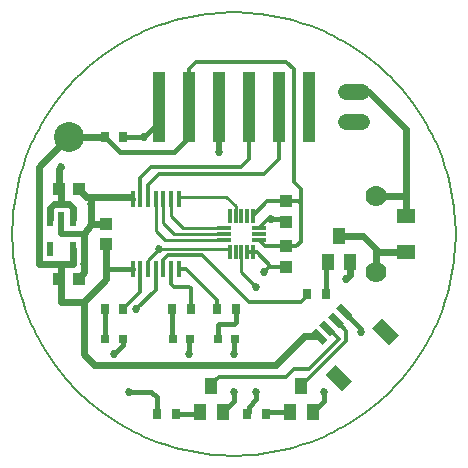
<source format=gtl>
G75*
%MOIN*%
%OFA0B0*%
%FSLAX24Y24*%
%IPPOS*%
%LPD*%
%AMOC8*
5,1,8,0,0,1.08239X$1,22.5*
%
%ADD10C,0.0080*%
%ADD11R,0.0157X0.0551*%
%ADD12R,0.0118X0.0472*%
%ADD13R,0.0472X0.0118*%
%ADD14C,0.0700*%
%ADD15R,0.0315X0.0315*%
%ADD16R,0.0315X0.0354*%
%ADD17R,0.0433X0.0394*%
%ADD18R,0.0630X0.0512*%
%ADD19R,0.0394X0.0551*%
%ADD20R,0.0217X0.0472*%
%ADD21R,0.0394X0.0433*%
%ADD22R,0.0472X0.0787*%
%ADD23R,0.0236X0.0531*%
%ADD24R,0.0402X0.2362*%
%ADD25C,0.0540*%
%ADD26C,0.1000*%
%ADD27C,0.0240*%
%ADD28C,0.0270*%
%ADD29C,0.0220*%
%ADD30C,0.0160*%
%ADD31C,0.0120*%
%ADD32C,0.0200*%
%ADD33C,0.0100*%
D10*
X005695Y007520D02*
X005714Y007500D01*
X009866Y010390D02*
X009834Y010500D01*
X002623Y011000D02*
X002625Y011181D01*
X002632Y011362D01*
X002643Y011543D01*
X002659Y011724D01*
X002679Y011904D01*
X002703Y012084D01*
X002732Y012263D01*
X002765Y012441D01*
X002802Y012619D01*
X002844Y012795D01*
X002891Y012970D01*
X002941Y013144D01*
X002996Y013317D01*
X003055Y013489D01*
X003118Y013659D01*
X003185Y013827D01*
X003257Y013994D01*
X003332Y014158D01*
X003412Y014321D01*
X003495Y014482D01*
X003583Y014641D01*
X003674Y014798D01*
X003769Y014952D01*
X003868Y015104D01*
X003971Y015253D01*
X004077Y015400D01*
X004186Y015545D01*
X004300Y015686D01*
X004416Y015825D01*
X004537Y015961D01*
X004660Y016094D01*
X004787Y016223D01*
X004916Y016350D01*
X005049Y016473D01*
X005185Y016594D01*
X005324Y016710D01*
X005465Y016824D01*
X005610Y016933D01*
X005757Y017039D01*
X005906Y017142D01*
X006058Y017241D01*
X006212Y017336D01*
X006369Y017427D01*
X006528Y017515D01*
X006689Y017598D01*
X006852Y017678D01*
X007016Y017753D01*
X007183Y017825D01*
X007351Y017892D01*
X007521Y017955D01*
X007693Y018014D01*
X007866Y018069D01*
X008040Y018119D01*
X008215Y018166D01*
X008391Y018208D01*
X008569Y018245D01*
X008747Y018278D01*
X008926Y018307D01*
X009106Y018331D01*
X009286Y018351D01*
X009467Y018367D01*
X009648Y018378D01*
X009829Y018385D01*
X010010Y018387D01*
X010191Y018385D01*
X010372Y018378D01*
X010553Y018367D01*
X010734Y018351D01*
X010914Y018331D01*
X011094Y018307D01*
X011273Y018278D01*
X011451Y018245D01*
X011629Y018208D01*
X011805Y018166D01*
X011980Y018119D01*
X012154Y018069D01*
X012327Y018014D01*
X012499Y017955D01*
X012669Y017892D01*
X012837Y017825D01*
X013004Y017753D01*
X013168Y017678D01*
X013331Y017598D01*
X013492Y017515D01*
X013651Y017427D01*
X013808Y017336D01*
X013962Y017241D01*
X014114Y017142D01*
X014263Y017039D01*
X014410Y016933D01*
X014555Y016824D01*
X014696Y016710D01*
X014835Y016594D01*
X014971Y016473D01*
X015104Y016350D01*
X015233Y016223D01*
X015360Y016094D01*
X015483Y015961D01*
X015604Y015825D01*
X015720Y015686D01*
X015834Y015545D01*
X015943Y015400D01*
X016049Y015253D01*
X016152Y015104D01*
X016251Y014952D01*
X016346Y014798D01*
X016437Y014641D01*
X016525Y014482D01*
X016608Y014321D01*
X016688Y014158D01*
X016763Y013994D01*
X016835Y013827D01*
X016902Y013659D01*
X016965Y013489D01*
X017024Y013317D01*
X017079Y013144D01*
X017129Y012970D01*
X017176Y012795D01*
X017218Y012619D01*
X017255Y012441D01*
X017288Y012263D01*
X017317Y012084D01*
X017341Y011904D01*
X017361Y011724D01*
X017377Y011543D01*
X017388Y011362D01*
X017395Y011181D01*
X017397Y011000D01*
X017395Y010819D01*
X017388Y010638D01*
X017377Y010457D01*
X017361Y010276D01*
X017341Y010096D01*
X017317Y009916D01*
X017288Y009737D01*
X017255Y009559D01*
X017218Y009381D01*
X017176Y009205D01*
X017129Y009030D01*
X017079Y008856D01*
X017024Y008683D01*
X016965Y008511D01*
X016902Y008341D01*
X016835Y008173D01*
X016763Y008006D01*
X016688Y007842D01*
X016608Y007679D01*
X016525Y007518D01*
X016437Y007359D01*
X016346Y007202D01*
X016251Y007048D01*
X016152Y006896D01*
X016049Y006747D01*
X015943Y006600D01*
X015834Y006455D01*
X015720Y006314D01*
X015604Y006175D01*
X015483Y006039D01*
X015360Y005906D01*
X015233Y005777D01*
X015104Y005650D01*
X014971Y005527D01*
X014835Y005406D01*
X014696Y005290D01*
X014555Y005176D01*
X014410Y005067D01*
X014263Y004961D01*
X014114Y004858D01*
X013962Y004759D01*
X013808Y004664D01*
X013651Y004573D01*
X013492Y004485D01*
X013331Y004402D01*
X013168Y004322D01*
X013004Y004247D01*
X012837Y004175D01*
X012669Y004108D01*
X012499Y004045D01*
X012327Y003986D01*
X012154Y003931D01*
X011980Y003881D01*
X011805Y003834D01*
X011629Y003792D01*
X011451Y003755D01*
X011273Y003722D01*
X011094Y003693D01*
X010914Y003669D01*
X010734Y003649D01*
X010553Y003633D01*
X010372Y003622D01*
X010191Y003615D01*
X010010Y003613D01*
X009829Y003615D01*
X009648Y003622D01*
X009467Y003633D01*
X009286Y003649D01*
X009106Y003669D01*
X008926Y003693D01*
X008747Y003722D01*
X008569Y003755D01*
X008391Y003792D01*
X008215Y003834D01*
X008040Y003881D01*
X007866Y003931D01*
X007693Y003986D01*
X007521Y004045D01*
X007351Y004108D01*
X007183Y004175D01*
X007016Y004247D01*
X006852Y004322D01*
X006689Y004402D01*
X006528Y004485D01*
X006369Y004573D01*
X006212Y004664D01*
X006058Y004759D01*
X005906Y004858D01*
X005757Y004961D01*
X005610Y005067D01*
X005465Y005176D01*
X005324Y005290D01*
X005185Y005406D01*
X005049Y005527D01*
X004916Y005650D01*
X004787Y005777D01*
X004660Y005906D01*
X004537Y006039D01*
X004416Y006175D01*
X004300Y006314D01*
X004186Y006455D01*
X004077Y006600D01*
X003971Y006747D01*
X003868Y006896D01*
X003769Y007048D01*
X003674Y007202D01*
X003583Y007359D01*
X003495Y007518D01*
X003412Y007679D01*
X003332Y007842D01*
X003257Y008006D01*
X003185Y008173D01*
X003118Y008341D01*
X003055Y008511D01*
X002996Y008683D01*
X002941Y008856D01*
X002891Y009030D01*
X002844Y009205D01*
X002802Y009381D01*
X002765Y009559D01*
X002732Y009737D01*
X002703Y009916D01*
X002679Y010096D01*
X002659Y010276D01*
X002643Y010457D01*
X002632Y010638D01*
X002625Y010819D01*
X002623Y011000D01*
D11*
X006634Y009839D03*
X006889Y009839D03*
X007145Y009839D03*
X007401Y009839D03*
X007657Y009839D03*
X007913Y009839D03*
X008169Y009839D03*
X008169Y012161D03*
X007913Y012161D03*
X007657Y012161D03*
X007401Y012161D03*
X007145Y012161D03*
X006889Y012161D03*
X006634Y012161D03*
D12*
X009866Y011610D03*
X010063Y011610D03*
X010260Y011610D03*
X010456Y011610D03*
X010653Y011610D03*
X010653Y010390D03*
X010456Y010390D03*
X010260Y010390D03*
X010063Y010390D03*
X009866Y010390D03*
D13*
X009679Y010803D03*
X009679Y011000D03*
X009679Y011197D03*
X010840Y011197D03*
X010840Y011000D03*
X010840Y010803D03*
D14*
X014760Y009720D03*
X014760Y012280D03*
D15*
X010055Y007500D03*
X009464Y007500D03*
X008555Y007500D03*
X007964Y007500D03*
X006305Y007500D03*
X005714Y007500D03*
D16*
X007445Y005000D03*
X008074Y005000D03*
X010445Y005000D03*
X011074Y005000D03*
X010074Y008500D03*
X009445Y008500D03*
X008574Y008500D03*
X007945Y008500D03*
X006324Y008500D03*
X005695Y008500D03*
X012445Y009000D03*
X013074Y009000D03*
X006324Y014250D03*
X005695Y014250D03*
D17*
X004844Y012500D03*
X004175Y012500D03*
X004175Y009500D03*
X004844Y009500D03*
D18*
X015760Y010409D03*
X015760Y011591D03*
D19*
X013510Y010933D03*
X013884Y010067D03*
X013135Y010067D03*
X012260Y005933D03*
X012634Y005067D03*
X011885Y005067D03*
X009634Y005067D03*
X008885Y005067D03*
X009260Y005933D03*
D20*
X004634Y010488D03*
X003885Y010488D03*
X003885Y011512D03*
X004260Y011512D03*
X004634Y011512D03*
D21*
X005760Y011335D03*
X005760Y010665D03*
X011760Y010585D03*
X011760Y009915D03*
X011760Y011415D03*
X011760Y012085D03*
D22*
G36*
X015506Y007645D02*
X015173Y007312D01*
X014618Y007867D01*
X014951Y008200D01*
X015506Y007645D01*
G37*
G36*
X013947Y006086D02*
X013614Y005753D01*
X013059Y006308D01*
X013392Y006641D01*
X013947Y006086D01*
G37*
D23*
G36*
X013112Y007479D02*
X012945Y007312D01*
X012572Y007685D01*
X012739Y007852D01*
X013112Y007479D01*
G37*
G36*
X013390Y007758D02*
X013223Y007591D01*
X012850Y007964D01*
X013017Y008131D01*
X013390Y007758D01*
G37*
G36*
X013669Y008036D02*
X013502Y007869D01*
X013129Y008242D01*
X013296Y008409D01*
X013669Y008036D01*
G37*
G36*
X013947Y008315D02*
X013780Y008148D01*
X013407Y008521D01*
X013574Y008688D01*
X013947Y008315D01*
G37*
D24*
X012510Y015250D03*
X011510Y015250D03*
X010510Y015250D03*
X009510Y015250D03*
X008510Y015250D03*
X007510Y015250D03*
D25*
X013740Y014750D02*
X014280Y014750D01*
X014280Y015750D02*
X013740Y015750D01*
D26*
X004510Y014250D03*
D27*
X004260Y014000D01*
X003510Y013250D01*
X003510Y010000D01*
X004260Y010000D01*
X004260Y009500D01*
X004175Y009500D01*
X004260Y009500D02*
X004260Y008750D01*
X005010Y008750D01*
X005010Y007000D01*
X005360Y006650D01*
X011410Y006650D01*
X012360Y007600D01*
X012824Y007600D01*
X012842Y007582D01*
X013760Y009500D02*
X013884Y009624D01*
X013884Y010067D01*
X014760Y009720D02*
X014760Y010500D01*
X014850Y010409D01*
X015760Y010409D01*
X014760Y010500D02*
X014326Y010933D01*
X013510Y010933D01*
X015760Y011591D02*
X015760Y012250D01*
X015730Y012280D01*
X014760Y012280D01*
X015760Y012250D02*
X015760Y014500D01*
X014510Y015750D01*
X014010Y015750D01*
X006545Y012250D02*
X005260Y012250D01*
X005094Y012250D01*
X004844Y012500D01*
X005260Y012250D02*
X005260Y012000D01*
X005260Y011335D01*
X005760Y011335D01*
X005260Y011335D02*
X005010Y011000D01*
X005010Y010000D01*
X005010Y009750D01*
X004844Y009500D01*
X004634Y010000D02*
X004260Y010000D01*
X004634Y010000D02*
X004634Y010488D01*
X005760Y010665D02*
X005760Y009500D01*
X005010Y008750D01*
X007945Y007520D02*
X007964Y007500D01*
X004175Y012500D02*
X004175Y013165D01*
X004260Y013250D01*
X004510Y014250D02*
X005695Y014250D01*
D28*
X007010Y014250D03*
X009510Y013750D03*
X005260Y012000D03*
X004260Y013250D03*
X007510Y010500D03*
X005010Y010000D03*
X006760Y008500D03*
X006010Y007000D03*
X008510Y007000D03*
X010010Y007000D03*
X010010Y005750D03*
X010760Y005750D03*
X013010Y005750D03*
X014260Y007750D03*
X010760Y009250D03*
X011010Y009750D03*
X013760Y009500D03*
X011260Y011500D03*
X006510Y005750D03*
D29*
X004634Y011512D02*
X004634Y011876D01*
X004510Y012000D01*
X004260Y012000D01*
X004260Y012415D01*
X004260Y012000D02*
X004010Y012000D01*
X003885Y011876D01*
X003885Y011512D01*
D30*
X004260Y012415D02*
X004175Y012500D01*
X006545Y012250D02*
X006634Y012161D01*
X006195Y013750D02*
X008010Y013750D01*
X008510Y014250D01*
X008510Y015250D01*
X007510Y015250D02*
X007510Y014750D01*
X007010Y014250D01*
X006324Y014250D01*
X006195Y013750D02*
X005695Y014250D01*
X011260Y011500D02*
X011675Y011500D01*
X011760Y011415D01*
X013074Y010006D02*
X013074Y009000D01*
X013677Y008418D02*
X014260Y007835D01*
X014260Y007750D01*
X013010Y005750D02*
X013010Y005443D01*
X012634Y005067D01*
X011885Y005067D02*
X011141Y005067D01*
X011074Y005000D01*
X010510Y005065D02*
X010445Y005000D01*
X010510Y005065D02*
X010510Y005250D01*
X010760Y005500D01*
X010760Y005750D01*
X010010Y005750D02*
X010010Y005443D01*
X009634Y005067D01*
X008885Y005067D02*
X008819Y005000D01*
X008074Y005000D01*
X007445Y005000D02*
X007445Y005565D01*
X007260Y005750D01*
X006510Y005750D01*
X006010Y007000D02*
X006305Y007295D01*
X006305Y007500D01*
X005695Y007520D02*
X005695Y008500D01*
X007945Y008500D02*
X007945Y007520D01*
X008510Y007455D02*
X008510Y007000D01*
X008510Y007455D02*
X008555Y007500D01*
X009464Y007500D02*
X009464Y007955D01*
X009510Y008000D01*
X010010Y008000D01*
X010074Y008065D01*
X010074Y008500D01*
X010055Y007500D02*
X010010Y007455D01*
X010010Y007000D01*
X006634Y009839D02*
X005760Y009839D01*
D31*
X005760Y010665D01*
X006889Y009839D02*
X006889Y009065D01*
X006324Y008500D01*
X006760Y008500D02*
X007401Y009142D01*
X007401Y009839D01*
X007657Y009839D02*
X007657Y010148D01*
X007810Y010300D01*
X008960Y010300D01*
X010510Y008750D01*
X012260Y008750D01*
X012510Y009000D01*
X012445Y009000D01*
X013399Y008139D02*
X013760Y007778D01*
X013760Y007433D01*
X012260Y005933D01*
X011760Y006250D02*
X012010Y006500D01*
X012510Y006500D01*
X013510Y007500D01*
X013149Y007861D01*
X013120Y007861D01*
X011760Y006250D02*
X009510Y006250D01*
X009260Y006000D01*
X009260Y005933D01*
X009445Y008500D02*
X009445Y008815D01*
X008421Y009839D01*
X008169Y009839D01*
X007913Y009839D02*
X007913Y009346D01*
X008010Y009250D01*
X008510Y009250D01*
X008574Y009185D01*
X008574Y008500D01*
X011010Y009750D02*
X011175Y009915D01*
X011260Y009915D01*
X010785Y010390D01*
X010653Y010390D01*
X010456Y010390D01*
X010840Y010803D02*
X011059Y010585D01*
X011760Y010585D01*
X012094Y010585D01*
X012260Y010750D01*
X012260Y012000D01*
X012260Y012500D01*
X012010Y012750D01*
X012010Y016500D01*
X011760Y016750D01*
X008760Y016750D01*
X008510Y016500D01*
X008510Y014250D01*
X007260Y013250D02*
X010260Y013250D01*
X010510Y013500D01*
X010510Y015250D01*
X011510Y015250D02*
X011510Y013500D01*
X011010Y013000D01*
X007510Y013000D01*
X007145Y012636D01*
X007145Y012161D01*
X006889Y012161D02*
X006889Y012880D01*
X007260Y013250D01*
X010653Y011610D02*
X011128Y012085D01*
X011760Y012085D01*
X012175Y012085D01*
X012260Y012000D01*
X011260Y011500D02*
X011143Y011500D01*
X010840Y011197D01*
X011260Y009915D02*
X011760Y009915D01*
X013074Y010006D02*
X013135Y010067D01*
D32*
X009510Y013750D02*
X009510Y015250D01*
X004260Y011512D02*
X004260Y011000D01*
X005010Y011000D01*
D33*
X007145Y010136D02*
X007510Y010500D01*
X009834Y010500D01*
X010260Y010390D02*
X010260Y009750D01*
X010760Y009250D01*
X009679Y010803D02*
X007706Y010803D01*
X007401Y011108D01*
X007401Y012161D01*
X007657Y012161D02*
X007657Y011352D01*
X008010Y011000D01*
X009679Y011000D01*
X009679Y011197D02*
X008313Y011197D01*
X007913Y011596D01*
X007913Y012161D01*
X008160Y012171D02*
X008160Y012250D01*
X009760Y012250D01*
X010063Y011947D01*
X010063Y011610D01*
X008169Y012161D02*
X008160Y012171D01*
X007145Y010136D02*
X007145Y009839D01*
M02*

</source>
